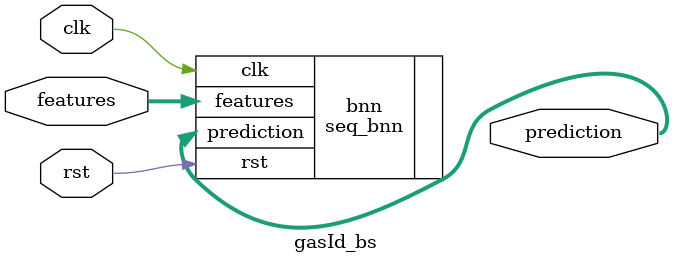
<source format=v>













module gasId_bs #(

parameter FEAT_CNT = 128,
parameter HIDDEN_CNT = 40,
parameter FEAT_BITS = 4,
parameter CLASS_CNT = 6,
parameter TEST_CNT = 5


  ) (
  input clk,
  input rst,
  input [FEAT_CNT*FEAT_BITS-1:0] features,
  output [$clog2(CLASS_CNT)-1:0] prediction
  );

  localparam Weights0 = 5120'b10101110011001110100010101110101000111001100101001000001000110101111111111000010010010110011001110100001111101011101010110001011000001110010000111110101010001001000100101000001101010101111110101001101110011000000111010011000110000101111000000100110100100011010010000110111011000100011000110010011001011110011110011010100101111110110001100010011010111011101110010111111010000011000000101011001110101011010110100101111000000000111010111010100100010010010111111100110011111011101010010101101111000111001001100011111110111000001001001110110101110111101000000001101101111010011101111000011000110000111101100001010100101101001000011111111001000110111010111000010110110111000111110010010011101111111100010111100100100100101000101111101111110001111111010101010101000110111000011100000100010001001001111000101011011001100010000100010111011010010011011011110000010110001011010100111010010101100110010000010111001100101000011010100110110111010101010111011101111111111111111110101010110100101010000011110110000100111001011111000101111101001101000111111011101011111000011111100000010101001000101110001111110001011110011110010001011011101111000000111010110010011010100111010010111000000110111110000110101110100011011000101111000010001001001010011100010000000000100010110100010010001101101111100000111010101011101001101100010101001000010000101111101010000011111111001110111011001110001011111111001110110011000100010110110100100001000011011101101010010011110010101111101111111011001000001110110010110011110110001010101000011101011110011001011011000111011111011101011011011100111110010101100001110011110011011100110101001010000001000011111010000111010101010111100110000100111110110010111010010111110001001000101101110010101100110001000101101101001000010000110111010010100100011010111011011100000110100010010100111110100101101011010000011011010110100010101000011101010111100101011111110010001010110011110001101100111101101001001000111010011110011101100110111010100000101100101011111100100000111101011101111011110111100001001110101101100001000000100100010001111110010110010000011111010110001001000110101101000000010000010111001010100100111110010000110010111011010000101010000101111000111100110101011101101100001001111000001000011011101001011010010100101011010011001011110101011100111000111011000000010011111000111100111100101010111011010001110100011000001010110010111010001100110010010001101100000011101110101000010011100011010110110010110100111110101001001100001010011001110100011001001101111000001011001011110101000000001111110100000101100110111001111110000011101100000111000001010101000100011000000111111010111010100100010000011111101100110011101000110110010101110001001110000000101111101000101101000101000100111000000110111010101011100100111100110001100000011001111011101010000011111111110010110011000111011100101110101101000000111111100010110110110110110001110110000011001100011111110010111111010111010011001110000000110110101000111101000101001001111010011111111010100101110100010100101001100010011011101010001111010001010000001100100001111110101001111101000111001000010000000111001010110010110001110110010101111011011111001111011110010000010001011000011110010001011111100011001100101011111011110111100110110010101111101111111100100010001000111001100110101110101101010000011101010010000010111010011011111101001101001101001001100011101011100101100100000011001100100000010011101010001011000001001000010000000001101011100110100001111001110010010110001101101110110001110010011111001100001110110011100001000101101001010110010000001101011111001010111111011100100110101000111001000011101101111000000111110000110110100010101110101111110111010111000000001001101010100110111010000101110111011000100001111000010000011100011101110111100000110001110110000100001010000101101000101011011111001011001100101010110001110101010100101101000111001001111010010101110001010101011011101110001101100010000000111110110111101000011011100110011100100101001101011010110100100011001111100001001110000001011001010010001100111111111110101001010101101101001000000000110011011010100101111001001000011000011001110010010000000010100100011011101010110010000011101110100111110001111110100011000110010000100111100110111011101001101000001000011101110101011000100100100001110111011000110001010001101110001000111010011010010011010101010110110100100011001001011011101010010011011011010010000000001101110100101001011111011100100100100011101001110000011000100110110001001101101111000110000111010101110111100001011010000000111000011010010110011111011111000100100111001101110011101000110011010100000111101100100000000111100110111011011100011011110110001101001010111101011000000000110011011000100100111010110000101100000011000101100000010111011110111111100110000010101101111000110100110101101101001100110000111010110000101110001010000000110010011000101100010010110101101011110010110000101011000100001110011000101101000001110001001000101010101100100100110101001000011101100000001010101101010010000000001100110110001001011111100101011100010000010111011000101101111010001100001110000001110110011101001100110100110110000101101000001001101000100111111001110011010110100100011001101100000 ;
  localparam Weights1 = 240'b110110100101001100011011001101010010111001110001111110101011111000010000011011011101010111010010111111100000011011101011101110110001111101110111000101000010110010011111011010110001001100011101110111001001101000011111111101110011010001101100 ;

  seq_bnn #(.FEAT_CNT(FEAT_CNT),.FEAT_BITS(FEAT_BITS),.HIDDEN_CNT(HIDDEN_CNT),.CLASS_CNT(CLASS_CNT),.Weights0(Weights0),.Weights1(Weights1)) bnn (
    .clk(clk),
    .rst(rst),
    .features(features),
    .prediction(prediction)
  );

endmodule

</source>
